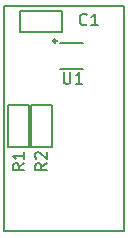
<source format=gto>
G04 #@! TF.FileFunction,Legend,Top*
%FSLAX46Y46*%
G04 Gerber Fmt 4.6, Leading zero omitted, Abs format (unit mm)*
G04 Created by KiCad (PCBNEW (2016-05-03 BZR 6266)-product) date Thu Jul 21 02:54:24 2016*
%MOMM*%
%LPD*%
G01*
G04 APERTURE LIST*
%ADD10C,0.350000*%
%ADD11C,0.150000*%
%ADD12C,0.203200*%
%ADD13C,0.254000*%
%ADD14C,0.180000*%
G04 APERTURE END LIST*
D10*
D11*
X104140000Y-116205000D02*
X104140000Y-135255000D01*
X114300000Y-116205000D02*
X104140000Y-116205000D01*
X114300000Y-135255000D02*
X114300000Y-116205000D01*
X104140000Y-135255000D02*
X114300000Y-135255000D01*
D12*
X108855000Y-119296000D02*
X110855000Y-119296000D01*
X110855000Y-121496000D02*
X108855000Y-121496000D01*
D13*
X108585000Y-119126000D02*
G75*
G03X108585000Y-119126000I-127000J0D01*
G01*
D14*
X105537000Y-116586000D02*
X109093000Y-116586000D01*
X109093000Y-116586000D02*
X109093000Y-118364000D01*
X109093000Y-118364000D02*
X105537000Y-118364000D01*
X105537000Y-118364000D02*
X105537000Y-116586000D01*
X106299000Y-124587000D02*
X106299000Y-128143000D01*
X106299000Y-128143000D02*
X104521000Y-128143000D01*
X104521000Y-128143000D02*
X104521000Y-124587000D01*
X104521000Y-124587000D02*
X106299000Y-124587000D01*
X106426000Y-128143000D02*
X106426000Y-124587000D01*
X106426000Y-124587000D02*
X108204000Y-124587000D01*
X108204000Y-124587000D02*
X108204000Y-128143000D01*
X108204000Y-128143000D02*
X106426000Y-128143000D01*
X109204095Y-121761381D02*
X109204095Y-122570905D01*
X109251714Y-122666143D01*
X109299333Y-122713762D01*
X109394571Y-122761381D01*
X109585048Y-122761381D01*
X109680286Y-122713762D01*
X109727905Y-122666143D01*
X109775524Y-122570905D01*
X109775524Y-121761381D01*
X110775524Y-122761381D02*
X110204095Y-122761381D01*
X110489809Y-122761381D02*
X110489809Y-121761381D01*
X110394571Y-121904238D01*
X110299333Y-121999476D01*
X110204095Y-122047095D01*
X111172524Y-117713143D02*
X111124905Y-117760762D01*
X110982048Y-117808381D01*
X110886810Y-117808381D01*
X110743952Y-117760762D01*
X110648714Y-117665524D01*
X110601095Y-117570286D01*
X110553476Y-117379810D01*
X110553476Y-117236952D01*
X110601095Y-117046476D01*
X110648714Y-116951238D01*
X110743952Y-116856000D01*
X110886810Y-116808381D01*
X110982048Y-116808381D01*
X111124905Y-116856000D01*
X111172524Y-116903619D01*
X112124905Y-117808381D02*
X111553476Y-117808381D01*
X111839190Y-117808381D02*
X111839190Y-116808381D01*
X111743952Y-116951238D01*
X111648714Y-117046476D01*
X111553476Y-117094095D01*
X105870381Y-129492476D02*
X105394190Y-129825810D01*
X105870381Y-130063905D02*
X104870381Y-130063905D01*
X104870381Y-129682952D01*
X104918000Y-129587714D01*
X104965619Y-129540095D01*
X105060857Y-129492476D01*
X105203714Y-129492476D01*
X105298952Y-129540095D01*
X105346571Y-129587714D01*
X105394190Y-129682952D01*
X105394190Y-130063905D01*
X105870381Y-128540095D02*
X105870381Y-129111524D01*
X105870381Y-128825810D02*
X104870381Y-128825810D01*
X105013238Y-128921048D01*
X105108476Y-129016286D01*
X105156095Y-129111524D01*
X107775381Y-129492476D02*
X107299190Y-129825810D01*
X107775381Y-130063905D02*
X106775381Y-130063905D01*
X106775381Y-129682952D01*
X106823000Y-129587714D01*
X106870619Y-129540095D01*
X106965857Y-129492476D01*
X107108714Y-129492476D01*
X107203952Y-129540095D01*
X107251571Y-129587714D01*
X107299190Y-129682952D01*
X107299190Y-130063905D01*
X106870619Y-129111524D02*
X106823000Y-129063905D01*
X106775381Y-128968667D01*
X106775381Y-128730571D01*
X106823000Y-128635333D01*
X106870619Y-128587714D01*
X106965857Y-128540095D01*
X107061095Y-128540095D01*
X107203952Y-128587714D01*
X107775381Y-129159143D01*
X107775381Y-128540095D01*
M02*

</source>
